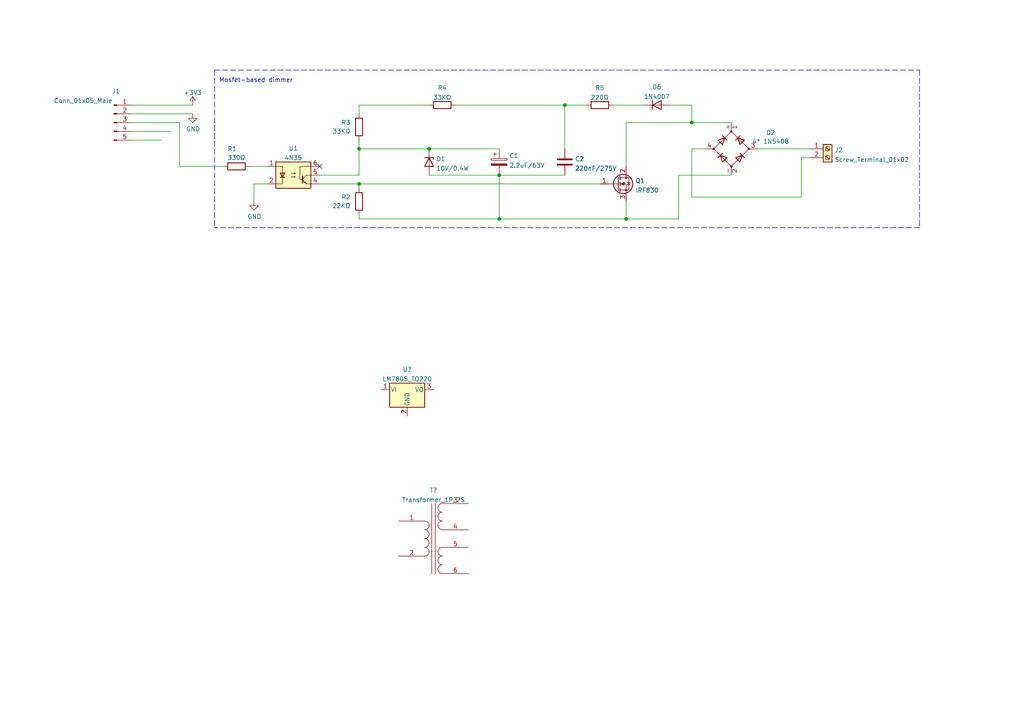
<source format=kicad_sch>
(kicad_sch (version 20211123) (generator eeschema)

  (uuid e63e39d7-6ac0-4ffd-8aa3-1841a4541b55)

  (paper "A4")

  (lib_symbols
    (symbol "Connector:Conn_01x05_Male" (pin_names (offset 1.016) hide) (in_bom yes) (on_board yes)
      (property "Reference" "J" (id 0) (at 0 7.62 0)
        (effects (font (size 1.27 1.27)))
      )
      (property "Value" "Conn_01x05_Male" (id 1) (at 0 -7.62 0)
        (effects (font (size 1.27 1.27)))
      )
      (property "Footprint" "" (id 2) (at 0 0 0)
        (effects (font (size 1.27 1.27)) hide)
      )
      (property "Datasheet" "~" (id 3) (at 0 0 0)
        (effects (font (size 1.27 1.27)) hide)
      )
      (property "ki_keywords" "connector" (id 4) (at 0 0 0)
        (effects (font (size 1.27 1.27)) hide)
      )
      (property "ki_description" "Generic connector, single row, 01x05, script generated (kicad-library-utils/schlib/autogen/connector/)" (id 5) (at 0 0 0)
        (effects (font (size 1.27 1.27)) hide)
      )
      (property "ki_fp_filters" "Connector*:*_1x??_*" (id 6) (at 0 0 0)
        (effects (font (size 1.27 1.27)) hide)
      )
      (symbol "Conn_01x05_Male_1_1"
        (polyline
          (pts
            (xy 1.27 -5.08)
            (xy 0.8636 -5.08)
          )
          (stroke (width 0.1524) (type default) (color 0 0 0 0))
          (fill (type none))
        )
        (polyline
          (pts
            (xy 1.27 -2.54)
            (xy 0.8636 -2.54)
          )
          (stroke (width 0.1524) (type default) (color 0 0 0 0))
          (fill (type none))
        )
        (polyline
          (pts
            (xy 1.27 0)
            (xy 0.8636 0)
          )
          (stroke (width 0.1524) (type default) (color 0 0 0 0))
          (fill (type none))
        )
        (polyline
          (pts
            (xy 1.27 2.54)
            (xy 0.8636 2.54)
          )
          (stroke (width 0.1524) (type default) (color 0 0 0 0))
          (fill (type none))
        )
        (polyline
          (pts
            (xy 1.27 5.08)
            (xy 0.8636 5.08)
          )
          (stroke (width 0.1524) (type default) (color 0 0 0 0))
          (fill (type none))
        )
        (rectangle (start 0.8636 -4.953) (end 0 -5.207)
          (stroke (width 0.1524) (type default) (color 0 0 0 0))
          (fill (type outline))
        )
        (rectangle (start 0.8636 -2.413) (end 0 -2.667)
          (stroke (width 0.1524) (type default) (color 0 0 0 0))
          (fill (type outline))
        )
        (rectangle (start 0.8636 0.127) (end 0 -0.127)
          (stroke (width 0.1524) (type default) (color 0 0 0 0))
          (fill (type outline))
        )
        (rectangle (start 0.8636 2.667) (end 0 2.413)
          (stroke (width 0.1524) (type default) (color 0 0 0 0))
          (fill (type outline))
        )
        (rectangle (start 0.8636 5.207) (end 0 4.953)
          (stroke (width 0.1524) (type default) (color 0 0 0 0))
          (fill (type outline))
        )
        (pin passive line (at 5.08 5.08 180) (length 3.81)
          (name "Pin_1" (effects (font (size 1.27 1.27))))
          (number "1" (effects (font (size 1.27 1.27))))
        )
        (pin passive line (at 5.08 2.54 180) (length 3.81)
          (name "Pin_2" (effects (font (size 1.27 1.27))))
          (number "2" (effects (font (size 1.27 1.27))))
        )
        (pin passive line (at 5.08 0 180) (length 3.81)
          (name "Pin_3" (effects (font (size 1.27 1.27))))
          (number "3" (effects (font (size 1.27 1.27))))
        )
        (pin passive line (at 5.08 -2.54 180) (length 3.81)
          (name "Pin_4" (effects (font (size 1.27 1.27))))
          (number "4" (effects (font (size 1.27 1.27))))
        )
        (pin passive line (at 5.08 -5.08 180) (length 3.81)
          (name "Pin_5" (effects (font (size 1.27 1.27))))
          (number "5" (effects (font (size 1.27 1.27))))
        )
      )
    )
    (symbol "Connector:Screw_Terminal_01x02" (pin_names (offset 1.016) hide) (in_bom yes) (on_board yes)
      (property "Reference" "J" (id 0) (at 0 2.54 0)
        (effects (font (size 1.27 1.27)))
      )
      (property "Value" "Screw_Terminal_01x02" (id 1) (at 0 -5.08 0)
        (effects (font (size 1.27 1.27)))
      )
      (property "Footprint" "" (id 2) (at 0 0 0)
        (effects (font (size 1.27 1.27)) hide)
      )
      (property "Datasheet" "~" (id 3) (at 0 0 0)
        (effects (font (size 1.27 1.27)) hide)
      )
      (property "ki_keywords" "screw terminal" (id 4) (at 0 0 0)
        (effects (font (size 1.27 1.27)) hide)
      )
      (property "ki_description" "Generic screw terminal, single row, 01x02, script generated (kicad-library-utils/schlib/autogen/connector/)" (id 5) (at 0 0 0)
        (effects (font (size 1.27 1.27)) hide)
      )
      (property "ki_fp_filters" "TerminalBlock*:*" (id 6) (at 0 0 0)
        (effects (font (size 1.27 1.27)) hide)
      )
      (symbol "Screw_Terminal_01x02_1_1"
        (rectangle (start -1.27 1.27) (end 1.27 -3.81)
          (stroke (width 0.254) (type default) (color 0 0 0 0))
          (fill (type background))
        )
        (circle (center 0 -2.54) (radius 0.635)
          (stroke (width 0.1524) (type default) (color 0 0 0 0))
          (fill (type none))
        )
        (polyline
          (pts
            (xy -0.5334 -2.2098)
            (xy 0.3302 -3.048)
          )
          (stroke (width 0.1524) (type default) (color 0 0 0 0))
          (fill (type none))
        )
        (polyline
          (pts
            (xy -0.5334 0.3302)
            (xy 0.3302 -0.508)
          )
          (stroke (width 0.1524) (type default) (color 0 0 0 0))
          (fill (type none))
        )
        (polyline
          (pts
            (xy -0.3556 -2.032)
            (xy 0.508 -2.8702)
          )
          (stroke (width 0.1524) (type default) (color 0 0 0 0))
          (fill (type none))
        )
        (polyline
          (pts
            (xy -0.3556 0.508)
            (xy 0.508 -0.3302)
          )
          (stroke (width 0.1524) (type default) (color 0 0 0 0))
          (fill (type none))
        )
        (circle (center 0 0) (radius 0.635)
          (stroke (width 0.1524) (type default) (color 0 0 0 0))
          (fill (type none))
        )
        (pin passive line (at -5.08 0 0) (length 3.81)
          (name "Pin_1" (effects (font (size 1.27 1.27))))
          (number "1" (effects (font (size 1.27 1.27))))
        )
        (pin passive line (at -5.08 -2.54 0) (length 3.81)
          (name "Pin_2" (effects (font (size 1.27 1.27))))
          (number "2" (effects (font (size 1.27 1.27))))
        )
      )
    )
    (symbol "Device:C" (pin_numbers hide) (pin_names (offset 0.254)) (in_bom yes) (on_board yes)
      (property "Reference" "C" (id 0) (at 0.635 2.54 0)
        (effects (font (size 1.27 1.27)) (justify left))
      )
      (property "Value" "C" (id 1) (at 0.635 -2.54 0)
        (effects (font (size 1.27 1.27)) (justify left))
      )
      (property "Footprint" "" (id 2) (at 0.9652 -3.81 0)
        (effects (font (size 1.27 1.27)) hide)
      )
      (property "Datasheet" "~" (id 3) (at 0 0 0)
        (effects (font (size 1.27 1.27)) hide)
      )
      (property "ki_keywords" "cap capacitor" (id 4) (at 0 0 0)
        (effects (font (size 1.27 1.27)) hide)
      )
      (property "ki_description" "Unpolarized capacitor" (id 5) (at 0 0 0)
        (effects (font (size 1.27 1.27)) hide)
      )
      (property "ki_fp_filters" "C_*" (id 6) (at 0 0 0)
        (effects (font (size 1.27 1.27)) hide)
      )
      (symbol "C_0_1"
        (polyline
          (pts
            (xy -2.032 -0.762)
            (xy 2.032 -0.762)
          )
          (stroke (width 0.508) (type default) (color 0 0 0 0))
          (fill (type none))
        )
        (polyline
          (pts
            (xy -2.032 0.762)
            (xy 2.032 0.762)
          )
          (stroke (width 0.508) (type default) (color 0 0 0 0))
          (fill (type none))
        )
      )
      (symbol "C_1_1"
        (pin passive line (at 0 3.81 270) (length 2.794)
          (name "~" (effects (font (size 1.27 1.27))))
          (number "1" (effects (font (size 1.27 1.27))))
        )
        (pin passive line (at 0 -3.81 90) (length 2.794)
          (name "~" (effects (font (size 1.27 1.27))))
          (number "2" (effects (font (size 1.27 1.27))))
        )
      )
    )
    (symbol "Device:C_Polarized" (pin_numbers hide) (pin_names (offset 0.254)) (in_bom yes) (on_board yes)
      (property "Reference" "C" (id 0) (at 0.635 2.54 0)
        (effects (font (size 1.27 1.27)) (justify left))
      )
      (property "Value" "C_Polarized" (id 1) (at 0.635 -2.54 0)
        (effects (font (size 1.27 1.27)) (justify left))
      )
      (property "Footprint" "" (id 2) (at 0.9652 -3.81 0)
        (effects (font (size 1.27 1.27)) hide)
      )
      (property "Datasheet" "~" (id 3) (at 0 0 0)
        (effects (font (size 1.27 1.27)) hide)
      )
      (property "ki_keywords" "cap capacitor" (id 4) (at 0 0 0)
        (effects (font (size 1.27 1.27)) hide)
      )
      (property "ki_description" "Polarized capacitor" (id 5) (at 0 0 0)
        (effects (font (size 1.27 1.27)) hide)
      )
      (property "ki_fp_filters" "CP_*" (id 6) (at 0 0 0)
        (effects (font (size 1.27 1.27)) hide)
      )
      (symbol "C_Polarized_0_1"
        (rectangle (start -2.286 0.508) (end 2.286 1.016)
          (stroke (width 0) (type default) (color 0 0 0 0))
          (fill (type none))
        )
        (polyline
          (pts
            (xy -1.778 2.286)
            (xy -0.762 2.286)
          )
          (stroke (width 0) (type default) (color 0 0 0 0))
          (fill (type none))
        )
        (polyline
          (pts
            (xy -1.27 2.794)
            (xy -1.27 1.778)
          )
          (stroke (width 0) (type default) (color 0 0 0 0))
          (fill (type none))
        )
        (rectangle (start 2.286 -0.508) (end -2.286 -1.016)
          (stroke (width 0) (type default) (color 0 0 0 0))
          (fill (type outline))
        )
      )
      (symbol "C_Polarized_1_1"
        (pin passive line (at 0 3.81 270) (length 2.794)
          (name "~" (effects (font (size 1.27 1.27))))
          (number "1" (effects (font (size 1.27 1.27))))
        )
        (pin passive line (at 0 -3.81 90) (length 2.794)
          (name "~" (effects (font (size 1.27 1.27))))
          (number "2" (effects (font (size 1.27 1.27))))
        )
      )
    )
    (symbol "Device:D_Bridge_+-AA" (pin_names (offset 0)) (in_bom yes) (on_board yes)
      (property "Reference" "D" (id 0) (at 2.54 6.985 0)
        (effects (font (size 1.27 1.27)) (justify left))
      )
      (property "Value" "D_Bridge_+-AA" (id 1) (at 2.54 5.08 0)
        (effects (font (size 1.27 1.27)) (justify left))
      )
      (property "Footprint" "" (id 2) (at 0 0 0)
        (effects (font (size 1.27 1.27)) hide)
      )
      (property "Datasheet" "~" (id 3) (at 0 0 0)
        (effects (font (size 1.27 1.27)) hide)
      )
      (property "ki_keywords" "rectifier ACDC" (id 4) (at 0 0 0)
        (effects (font (size 1.27 1.27)) hide)
      )
      (property "ki_description" "Diode bridge, +ve/-ve/AC/AC" (id 5) (at 0 0 0)
        (effects (font (size 1.27 1.27)) hide)
      )
      (property "ki_fp_filters" "D*Bridge* D*Rectifier*" (id 6) (at 0 0 0)
        (effects (font (size 1.27 1.27)) hide)
      )
      (symbol "D_Bridge_+-AA_0_1"
        (circle (center -5.08 0) (radius 0.254)
          (stroke (width 0) (type default) (color 0 0 0 0))
          (fill (type outline))
        )
        (circle (center 0 -5.08) (radius 0.254)
          (stroke (width 0) (type default) (color 0 0 0 0))
          (fill (type outline))
        )
        (polyline
          (pts
            (xy -2.54 3.81)
            (xy -1.27 2.54)
          )
          (stroke (width 0.254) (type default) (color 0 0 0 0))
          (fill (type none))
        )
        (polyline
          (pts
            (xy -1.27 -2.54)
            (xy -2.54 -3.81)
          )
          (stroke (width 0.254) (type default) (color 0 0 0 0))
          (fill (type none))
        )
        (polyline
          (pts
            (xy 2.54 -1.27)
            (xy 3.81 -2.54)
          )
          (stroke (width 0.254) (type default) (color 0 0 0 0))
          (fill (type none))
        )
        (polyline
          (pts
            (xy 2.54 1.27)
            (xy 3.81 2.54)
          )
          (stroke (width 0.254) (type default) (color 0 0 0 0))
          (fill (type none))
        )
        (polyline
          (pts
            (xy -3.81 2.54)
            (xy -2.54 1.27)
            (xy -1.905 3.175)
            (xy -3.81 2.54)
          )
          (stroke (width 0.254) (type default) (color 0 0 0 0))
          (fill (type none))
        )
        (polyline
          (pts
            (xy -2.54 -1.27)
            (xy -3.81 -2.54)
            (xy -1.905 -3.175)
            (xy -2.54 -1.27)
          )
          (stroke (width 0.254) (type default) (color 0 0 0 0))
          (fill (type none))
        )
        (polyline
          (pts
            (xy 1.27 2.54)
            (xy 2.54 3.81)
            (xy 3.175 1.905)
            (xy 1.27 2.54)
          )
          (stroke (width 0.254) (type default) (color 0 0 0 0))
          (fill (type none))
        )
        (polyline
          (pts
            (xy 3.175 -1.905)
            (xy 1.27 -2.54)
            (xy 2.54 -3.81)
            (xy 3.175 -1.905)
          )
          (stroke (width 0.254) (type default) (color 0 0 0 0))
          (fill (type none))
        )
        (polyline
          (pts
            (xy -5.08 0)
            (xy 0 -5.08)
            (xy 5.08 0)
            (xy 0 5.08)
            (xy -5.08 0)
          )
          (stroke (width 0) (type default) (color 0 0 0 0))
          (fill (type none))
        )
        (circle (center 0 5.08) (radius 0.254)
          (stroke (width 0) (type default) (color 0 0 0 0))
          (fill (type outline))
        )
        (circle (center 5.08 0) (radius 0.254)
          (stroke (width 0) (type default) (color 0 0 0 0))
          (fill (type outline))
        )
      )
      (symbol "D_Bridge_+-AA_1_1"
        (pin passive line (at 7.62 0 180) (length 2.54)
          (name "+" (effects (font (size 1.27 1.27))))
          (number "1" (effects (font (size 1.27 1.27))))
        )
        (pin passive line (at -7.62 0 0) (length 2.54)
          (name "-" (effects (font (size 1.27 1.27))))
          (number "2" (effects (font (size 1.27 1.27))))
        )
        (pin passive line (at 0 7.62 270) (length 2.54)
          (name "~" (effects (font (size 1.27 1.27))))
          (number "3" (effects (font (size 1.27 1.27))))
        )
        (pin passive line (at 0 -7.62 90) (length 2.54)
          (name "~" (effects (font (size 1.27 1.27))))
          (number "4" (effects (font (size 1.27 1.27))))
        )
      )
    )
    (symbol "Device:R" (pin_numbers hide) (pin_names (offset 0)) (in_bom yes) (on_board yes)
      (property "Reference" "R" (id 0) (at 2.032 0 90)
        (effects (font (size 1.27 1.27)))
      )
      (property "Value" "R" (id 1) (at 0 0 90)
        (effects (font (size 1.27 1.27)))
      )
      (property "Footprint" "" (id 2) (at -1.778 0 90)
        (effects (font (size 1.27 1.27)) hide)
      )
      (property "Datasheet" "~" (id 3) (at 0 0 0)
        (effects (font (size 1.27 1.27)) hide)
      )
      (property "ki_keywords" "R res resistor" (id 4) (at 0 0 0)
        (effects (font (size 1.27 1.27)) hide)
      )
      (property "ki_description" "Resistor" (id 5) (at 0 0 0)
        (effects (font (size 1.27 1.27)) hide)
      )
      (property "ki_fp_filters" "R_*" (id 6) (at 0 0 0)
        (effects (font (size 1.27 1.27)) hide)
      )
      (symbol "R_0_1"
        (rectangle (start -1.016 -2.54) (end 1.016 2.54)
          (stroke (width 0.254) (type default) (color 0 0 0 0))
          (fill (type none))
        )
      )
      (symbol "R_1_1"
        (pin passive line (at 0 3.81 270) (length 1.27)
          (name "~" (effects (font (size 1.27 1.27))))
          (number "1" (effects (font (size 1.27 1.27))))
        )
        (pin passive line (at 0 -3.81 90) (length 1.27)
          (name "~" (effects (font (size 1.27 1.27))))
          (number "2" (effects (font (size 1.27 1.27))))
        )
      )
    )
    (symbol "Device:Transformer_1P_2S" (pin_names (offset 1.016) hide) (in_bom yes) (on_board yes)
      (property "Reference" "T" (id 0) (at 0 12.7 0)
        (effects (font (size 1.27 1.27)))
      )
      (property "Value" "Transformer_1P_2S" (id 1) (at 0 -12.7 0)
        (effects (font (size 1.27 1.27)))
      )
      (property "Footprint" "" (id 2) (at 0 0 0)
        (effects (font (size 1.27 1.27)) hide)
      )
      (property "Datasheet" "~" (id 3) (at 0 0 0)
        (effects (font (size 1.27 1.27)) hide)
      )
      (property "ki_keywords" "transformer coil magnet" (id 4) (at 0 0 0)
        (effects (font (size 1.27 1.27)) hide)
      )
      (property "ki_description" "Transformer, single primary, dual secondary" (id 5) (at 0 0 0)
        (effects (font (size 1.27 1.27)) hide)
      )
      (symbol "Transformer_1P_2S_0_1"
        (arc (start -2.54 -5.0546) (mid -1.6561 -4.6863) (end -1.27 -3.81)
          (stroke (width 0) (type default) (color 0 0 0 0))
          (fill (type none))
        )
        (arc (start -2.54 -2.5146) (mid -1.6561 -2.1463) (end -1.27 -1.27)
          (stroke (width 0) (type default) (color 0 0 0 0))
          (fill (type none))
        )
        (arc (start -2.54 0.0254) (mid -1.6561 0.3937) (end -1.27 1.27)
          (stroke (width 0) (type default) (color 0 0 0 0))
          (fill (type none))
        )
        (arc (start -2.54 2.5654) (mid -1.6561 2.9337) (end -1.27 3.81)
          (stroke (width 0) (type default) (color 0 0 0 0))
          (fill (type none))
        )
        (arc (start -1.27 -3.81) (mid -1.642 -2.912) (end -2.54 -2.54)
          (stroke (width 0) (type default) (color 0 0 0 0))
          (fill (type none))
        )
        (arc (start -1.27 -1.27) (mid -1.642 -0.372) (end -2.54 0)
          (stroke (width 0) (type default) (color 0 0 0 0))
          (fill (type none))
        )
        (arc (start -1.27 1.27) (mid -1.642 2.168) (end -2.54 2.54)
          (stroke (width 0) (type default) (color 0 0 0 0))
          (fill (type none))
        )
        (arc (start -1.27 3.81) (mid -1.642 4.708) (end -2.54 5.08)
          (stroke (width 0) (type default) (color 0 0 0 0))
          (fill (type none))
        )
        (polyline
          (pts
            (xy -0.508 -10.16)
            (xy -0.508 10.16)
          )
          (stroke (width 0) (type default) (color 0 0 0 0))
          (fill (type none))
        )
        (polyline
          (pts
            (xy 0.508 10.16)
            (xy 0.508 -10.16)
          )
          (stroke (width 0) (type default) (color 0 0 0 0))
          (fill (type none))
        )
        (arc (start 1.2954 -8.89) (mid 1.6599 -9.7701) (end 2.54 -10.1346)
          (stroke (width 0) (type default) (color 0 0 0 0))
          (fill (type none))
        )
        (arc (start 1.2954 -6.35) (mid 1.6599 -7.2301) (end 2.54 -7.5946)
          (stroke (width 0) (type default) (color 0 0 0 0))
          (fill (type none))
        )
        (arc (start 1.2954 -3.81) (mid 1.6599 -4.6901) (end 2.54 -5.0546)
          (stroke (width 0) (type default) (color 0 0 0 0))
          (fill (type none))
        )
        (arc (start 1.2954 3.81) (mid 1.6599 2.9299) (end 2.54 2.5654)
          (stroke (width 0) (type default) (color 0 0 0 0))
          (fill (type none))
        )
        (arc (start 1.2954 6.35) (mid 1.6599 5.4699) (end 2.54 5.1054)
          (stroke (width 0) (type default) (color 0 0 0 0))
          (fill (type none))
        )
        (arc (start 1.2954 8.89) (mid 1.6599 8.0099) (end 2.54 7.6454)
          (stroke (width 0) (type default) (color 0 0 0 0))
          (fill (type none))
        )
        (arc (start 2.54 -7.62) (mid 1.6456 -7.9883) (end 1.2954 -8.89)
          (stroke (width 0) (type default) (color 0 0 0 0))
          (fill (type none))
        )
        (arc (start 2.54 -5.08) (mid 1.6456 -5.4483) (end 1.2954 -6.35)
          (stroke (width 0) (type default) (color 0 0 0 0))
          (fill (type none))
        )
        (arc (start 2.54 -2.54) (mid 1.6456 -2.9083) (end 1.2954 -3.81)
          (stroke (width 0) (type default) (color 0 0 0 0))
          (fill (type none))
        )
        (arc (start 2.54 5.08) (mid 1.6456 4.7117) (end 1.2954 3.81)
          (stroke (width 0) (type default) (color 0 0 0 0))
          (fill (type none))
        )
        (arc (start 2.54 7.62) (mid 1.6456 7.2517) (end 1.2954 6.35)
          (stroke (width 0) (type default) (color 0 0 0 0))
          (fill (type none))
        )
        (arc (start 2.54 10.16) (mid 1.6456 9.7917) (end 1.2954 8.89)
          (stroke (width 0) (type default) (color 0 0 0 0))
          (fill (type none))
        )
      )
      (symbol "Transformer_1P_2S_1_1"
        (pin passive line (at -10.16 5.08 0) (length 7.62)
          (name "AA" (effects (font (size 1.27 1.27))))
          (number "1" (effects (font (size 1.27 1.27))))
        )
        (pin passive line (at -10.16 -5.08 0) (length 7.62)
          (name "AB" (effects (font (size 1.27 1.27))))
          (number "2" (effects (font (size 1.27 1.27))))
        )
        (pin passive line (at 10.16 10.16 180) (length 7.62)
          (name "SA" (effects (font (size 1.27 1.27))))
          (number "3" (effects (font (size 1.27 1.27))))
        )
        (pin passive line (at 10.16 2.54 180) (length 7.62)
          (name "SB" (effects (font (size 1.27 1.27))))
          (number "4" (effects (font (size 1.27 1.27))))
        )
        (pin passive line (at 10.16 -2.54 180) (length 7.62)
          (name "SC" (effects (font (size 1.27 1.27))))
          (number "5" (effects (font (size 1.27 1.27))))
        )
        (pin passive line (at 10.16 -10.16 180) (length 7.62)
          (name "SD" (effects (font (size 1.27 1.27))))
          (number "6" (effects (font (size 1.27 1.27))))
        )
      )
    )
    (symbol "Diode:1N4007" (pin_numbers hide) (pin_names (offset 1.016) hide) (in_bom yes) (on_board yes)
      (property "Reference" "D" (id 0) (at 0 2.54 0)
        (effects (font (size 1.27 1.27)))
      )
      (property "Value" "1N4007" (id 1) (at 0 -2.54 0)
        (effects (font (size 1.27 1.27)))
      )
      (property "Footprint" "Diode_THT:D_DO-41_SOD81_P10.16mm_Horizontal" (id 2) (at 0 -4.445 0)
        (effects (font (size 1.27 1.27)) hide)
      )
      (property "Datasheet" "http://www.vishay.com/docs/88503/1n4001.pdf" (id 3) (at 0 0 0)
        (effects (font (size 1.27 1.27)) hide)
      )
      (property "ki_keywords" "diode" (id 4) (at 0 0 0)
        (effects (font (size 1.27 1.27)) hide)
      )
      (property "ki_description" "1000V 1A General Purpose Rectifier Diode, DO-41" (id 5) (at 0 0 0)
        (effects (font (size 1.27 1.27)) hide)
      )
      (property "ki_fp_filters" "D*DO?41*" (id 6) (at 0 0 0)
        (effects (font (size 1.27 1.27)) hide)
      )
      (symbol "1N4007_0_1"
        (polyline
          (pts
            (xy -1.27 1.27)
            (xy -1.27 -1.27)
          )
          (stroke (width 0.254) (type default) (color 0 0 0 0))
          (fill (type none))
        )
        (polyline
          (pts
            (xy 1.27 0)
            (xy -1.27 0)
          )
          (stroke (width 0) (type default) (color 0 0 0 0))
          (fill (type none))
        )
        (polyline
          (pts
            (xy 1.27 1.27)
            (xy 1.27 -1.27)
            (xy -1.27 0)
            (xy 1.27 1.27)
          )
          (stroke (width 0.254) (type default) (color 0 0 0 0))
          (fill (type none))
        )
      )
      (symbol "1N4007_1_1"
        (pin passive line (at -3.81 0 0) (length 2.54)
          (name "K" (effects (font (size 1.27 1.27))))
          (number "1" (effects (font (size 1.27 1.27))))
        )
        (pin passive line (at 3.81 0 180) (length 2.54)
          (name "A" (effects (font (size 1.27 1.27))))
          (number "2" (effects (font (size 1.27 1.27))))
        )
      )
    )
    (symbol "Diode:BZV55B10" (pin_numbers hide) (pin_names (offset 1.016) hide) (in_bom yes) (on_board yes)
      (property "Reference" "D" (id 0) (at 0 2.54 0)
        (effects (font (size 1.27 1.27)))
      )
      (property "Value" "BZV55B10" (id 1) (at 0 -2.54 0)
        (effects (font (size 1.27 1.27)))
      )
      (property "Footprint" "Diode_SMD:D_MiniMELF" (id 2) (at 0 -4.445 0)
        (effects (font (size 1.27 1.27)) hide)
      )
      (property "Datasheet" "https://assets.nexperia.com/documents/data-sheet/BZV55_SER.pdf" (id 3) (at 0 0 0)
        (effects (font (size 1.27 1.27)) hide)
      )
      (property "ki_keywords" "zener diode" (id 4) (at 0 0 0)
        (effects (font (size 1.27 1.27)) hide)
      )
      (property "ki_description" "10V, 500mW, 2%, Zener diode, MiniMELF" (id 5) (at 0 0 0)
        (effects (font (size 1.27 1.27)) hide)
      )
      (property "ki_fp_filters" "D*MiniMELF*" (id 6) (at 0 0 0)
        (effects (font (size 1.27 1.27)) hide)
      )
      (symbol "BZV55B10_0_1"
        (polyline
          (pts
            (xy 1.27 0)
            (xy -1.27 0)
          )
          (stroke (width 0) (type default) (color 0 0 0 0))
          (fill (type none))
        )
        (polyline
          (pts
            (xy -1.27 -1.27)
            (xy -1.27 1.27)
            (xy -0.762 1.27)
          )
          (stroke (width 0.254) (type default) (color 0 0 0 0))
          (fill (type none))
        )
        (polyline
          (pts
            (xy 1.27 -1.27)
            (xy 1.27 1.27)
            (xy -1.27 0)
            (xy 1.27 -1.27)
          )
          (stroke (width 0.254) (type default) (color 0 0 0 0))
          (fill (type none))
        )
      )
      (symbol "BZV55B10_1_1"
        (pin passive line (at -3.81 0 0) (length 2.54)
          (name "K" (effects (font (size 1.27 1.27))))
          (number "1" (effects (font (size 1.27 1.27))))
        )
        (pin passive line (at 3.81 0 180) (length 2.54)
          (name "A" (effects (font (size 1.27 1.27))))
          (number "2" (effects (font (size 1.27 1.27))))
        )
      )
    )
    (symbol "Isolator:4N35" (pin_names (offset 1.016)) (in_bom yes) (on_board yes)
      (property "Reference" "U" (id 0) (at -5.08 5.08 0)
        (effects (font (size 1.27 1.27)) (justify left))
      )
      (property "Value" "4N35" (id 1) (at 0 5.08 0)
        (effects (font (size 1.27 1.27)) (justify left))
      )
      (property "Footprint" "Package_DIP:DIP-6_W7.62mm" (id 2) (at -5.08 -5.08 0)
        (effects (font (size 1.27 1.27) italic) (justify left) hide)
      )
      (property "Datasheet" "https://www.vishay.com/docs/81181/4n35.pdf" (id 3) (at 0 0 0)
        (effects (font (size 1.27 1.27)) (justify left) hide)
      )
      (property "ki_keywords" "NPN DC Optocoupler Base Connected" (id 4) (at 0 0 0)
        (effects (font (size 1.27 1.27)) hide)
      )
      (property "ki_description" "Optocoupler, Phototransistor Output, with Base Connection, Vce 70V, CTR 100%, Viso 5000V, DIP6" (id 5) (at 0 0 0)
        (effects (font (size 1.27 1.27)) hide)
      )
      (property "ki_fp_filters" "DIP*W7.62mm*" (id 6) (at 0 0 0)
        (effects (font (size 1.27 1.27)) hide)
      )
      (symbol "4N35_0_1"
        (rectangle (start -5.08 3.81) (end 5.08 -3.81)
          (stroke (width 0.254) (type default) (color 0 0 0 0))
          (fill (type background))
        )
        (polyline
          (pts
            (xy -3.81 -0.635)
            (xy -2.54 -0.635)
          )
          (stroke (width 0.254) (type default) (color 0 0 0 0))
          (fill (type none))
        )
        (polyline
          (pts
            (xy 2.667 -1.397)
            (xy 3.81 -2.54)
          )
          (stroke (width 0) (type default) (color 0 0 0 0))
          (fill (type none))
        )
        (polyline
          (pts
            (xy 2.667 -1.143)
            (xy 3.81 0)
          )
          (stroke (width 0) (type default) (color 0 0 0 0))
          (fill (type none))
        )
        (polyline
          (pts
            (xy 3.81 -2.54)
            (xy 5.08 -2.54)
          )
          (stroke (width 0) (type default) (color 0 0 0 0))
          (fill (type none))
        )
        (polyline
          (pts
            (xy 3.81 0)
            (xy 5.08 0)
          )
          (stroke (width 0) (type default) (color 0 0 0 0))
          (fill (type none))
        )
        (polyline
          (pts
            (xy 2.667 -0.254)
            (xy 2.667 -2.286)
            (xy 2.667 -2.286)
          )
          (stroke (width 0.3556) (type default) (color 0 0 0 0))
          (fill (type none))
        )
        (polyline
          (pts
            (xy -5.08 -2.54)
            (xy -3.175 -2.54)
            (xy -3.175 2.54)
            (xy -5.08 2.54)
          )
          (stroke (width 0) (type default) (color 0 0 0 0))
          (fill (type none))
        )
        (polyline
          (pts
            (xy -3.175 -0.635)
            (xy -3.81 0.635)
            (xy -2.54 0.635)
            (xy -3.175 -0.635)
          )
          (stroke (width 0.254) (type default) (color 0 0 0 0))
          (fill (type none))
        )
        (polyline
          (pts
            (xy 3.683 -2.413)
            (xy 3.429 -1.905)
            (xy 3.175 -2.159)
            (xy 3.683 -2.413)
          )
          (stroke (width 0) (type default) (color 0 0 0 0))
          (fill (type none))
        )
        (polyline
          (pts
            (xy 5.08 2.54)
            (xy 1.905 2.54)
            (xy 1.905 -1.27)
            (xy 2.54 -1.27)
          )
          (stroke (width 0) (type default) (color 0 0 0 0))
          (fill (type none))
        )
        (polyline
          (pts
            (xy -0.635 -0.508)
            (xy 0.635 -0.508)
            (xy 0.254 -0.635)
            (xy 0.254 -0.381)
            (xy 0.635 -0.508)
          )
          (stroke (width 0) (type default) (color 0 0 0 0))
          (fill (type none))
        )
        (polyline
          (pts
            (xy -0.635 0.508)
            (xy 0.635 0.508)
            (xy 0.254 0.381)
            (xy 0.254 0.635)
            (xy 0.635 0.508)
          )
          (stroke (width 0) (type default) (color 0 0 0 0))
          (fill (type none))
        )
      )
      (symbol "4N35_1_1"
        (pin passive line (at -7.62 2.54 0) (length 2.54)
          (name "~" (effects (font (size 1.27 1.27))))
          (number "1" (effects (font (size 1.27 1.27))))
        )
        (pin passive line (at -7.62 -2.54 0) (length 2.54)
          (name "~" (effects (font (size 1.27 1.27))))
          (number "2" (effects (font (size 1.27 1.27))))
        )
        (pin no_connect line (at -5.08 0 0) (length 2.54) hide
          (name "NC" (effects (font (size 1.27 1.27))))
          (number "3" (effects (font (size 1.27 1.27))))
        )
        (pin passive line (at 7.62 -2.54 180) (length 2.54)
          (name "~" (effects (font (size 1.27 1.27))))
          (number "4" (effects (font (size 1.27 1.27))))
        )
        (pin passive line (at 7.62 0 180) (length 2.54)
          (name "~" (effects (font (size 1.27 1.27))))
          (number "5" (effects (font (size 1.27 1.27))))
        )
        (pin passive line (at 7.62 2.54 180) (length 2.54)
          (name "~" (effects (font (size 1.27 1.27))))
          (number "6" (effects (font (size 1.27 1.27))))
        )
      )
    )
    (symbol "Regulator_Linear:LM7805_TO220" (pin_names (offset 0.254)) (in_bom yes) (on_board yes)
      (property "Reference" "U" (id 0) (at -3.81 3.175 0)
        (effects (font (size 1.27 1.27)))
      )
      (property "Value" "LM7805_TO220" (id 1) (at 0 3.175 0)
        (effects (font (size 1.27 1.27)) (justify left))
      )
      (property "Footprint" "Package_TO_SOT_THT:TO-220-3_Vertical" (id 2) (at 0 5.715 0)
        (effects (font (size 1.27 1.27) italic) hide)
      )
      (property "Datasheet" "https://www.onsemi.cn/PowerSolutions/document/MC7800-D.PDF" (id 3) (at 0 -1.27 0)
        (effects (font (size 1.27 1.27)) hide)
      )
      (property "ki_keywords" "Voltage Regulator 1A Positive" (id 4) (at 0 0 0)
        (effects (font (size 1.27 1.27)) hide)
      )
      (property "ki_description" "Positive 1A 35V Linear Regulator, Fixed Output 5V, TO-220" (id 5) (at 0 0 0)
        (effects (font (size 1.27 1.27)) hide)
      )
      (property "ki_fp_filters" "TO?220*" (id 6) (at 0 0 0)
        (effects (font (size 1.27 1.27)) hide)
      )
      (symbol "LM7805_TO220_0_1"
        (rectangle (start -5.08 1.905) (end 5.08 -5.08)
          (stroke (width 0.254) (type default) (color 0 0 0 0))
          (fill (type background))
        )
      )
      (symbol "LM7805_TO220_1_1"
        (pin power_in line (at -7.62 0 0) (length 2.54)
          (name "VI" (effects (font (size 1.27 1.27))))
          (number "1" (effects (font (size 1.27 1.27))))
        )
        (pin power_in line (at 0 -7.62 90) (length 2.54)
          (name "GND" (effects (font (size 1.27 1.27))))
          (number "2" (effects (font (size 1.27 1.27))))
        )
        (pin power_out line (at 7.62 0 180) (length 2.54)
          (name "VO" (effects (font (size 1.27 1.27))))
          (number "3" (effects (font (size 1.27 1.27))))
        )
      )
    )
    (symbol "Transistor_FET:IRF740" (pin_names hide) (in_bom yes) (on_board yes)
      (property "Reference" "Q" (id 0) (at 6.35 1.905 0)
        (effects (font (size 1.27 1.27)) (justify left))
      )
      (property "Value" "IRF740" (id 1) (at 6.35 0 0)
        (effects (font (size 1.27 1.27)) (justify left))
      )
      (property "Footprint" "Package_TO_SOT_THT:TO-220-3_Vertical" (id 2) (at 6.35 -1.905 0)
        (effects (font (size 1.27 1.27) italic) (justify left) hide)
      )
      (property "Datasheet" "http://www.vishay.com/docs/91054/91054.pdf" (id 3) (at 0 0 0)
        (effects (font (size 1.27 1.27)) (justify left) hide)
      )
      (property "ki_keywords" "N Channel" (id 4) (at 0 0 0)
        (effects (font (size 1.27 1.27)) hide)
      )
      (property "ki_description" "10A Id, 400V Vds, N-Channel Power MOSFET, 500mOhm Rds, TO-220AB" (id 5) (at 0 0 0)
        (effects (font (size 1.27 1.27)) hide)
      )
      (property "ki_fp_filters" "TO?220*" (id 6) (at 0 0 0)
        (effects (font (size 1.27 1.27)) hide)
      )
      (symbol "IRF740_0_1"
        (polyline
          (pts
            (xy 0.254 0)
            (xy -2.54 0)
          )
          (stroke (width 0) (type default) (color 0 0 0 0))
          (fill (type none))
        )
        (polyline
          (pts
            (xy 0.254 1.905)
            (xy 0.254 -1.905)
          )
          (stroke (width 0.254) (type default) (color 0 0 0 0))
          (fill (type none))
        )
        (polyline
          (pts
            (xy 0.762 -1.27)
            (xy 0.762 -2.286)
          )
          (stroke (width 0.254) (type default) (color 0 0 0 0))
          (fill (type none))
        )
        (polyline
          (pts
            (xy 0.762 0.508)
            (xy 0.762 -0.508)
          )
          (stroke (width 0.254) (type default) (color 0 0 0 0))
          (fill (type none))
        )
        (polyline
          (pts
            (xy 0.762 2.286)
            (xy 0.762 1.27)
          )
          (stroke (width 0.254) (type default) (color 0 0 0 0))
          (fill (type none))
        )
        (polyline
          (pts
            (xy 2.54 2.54)
            (xy 2.54 1.778)
          )
          (stroke (width 0) (type default) (color 0 0 0 0))
          (fill (type none))
        )
        (polyline
          (pts
            (xy 2.54 -2.54)
            (xy 2.54 0)
            (xy 0.762 0)
          )
          (stroke (width 0) (type default) (color 0 0 0 0))
          (fill (type none))
        )
        (polyline
          (pts
            (xy 0.762 -1.778)
            (xy 3.302 -1.778)
            (xy 3.302 1.778)
            (xy 0.762 1.778)
          )
          (stroke (width 0) (type default) (color 0 0 0 0))
          (fill (type none))
        )
        (polyline
          (pts
            (xy 1.016 0)
            (xy 2.032 0.381)
            (xy 2.032 -0.381)
            (xy 1.016 0)
          )
          (stroke (width 0) (type default) (color 0 0 0 0))
          (fill (type outline))
        )
        (polyline
          (pts
            (xy 2.794 0.508)
            (xy 2.921 0.381)
            (xy 3.683 0.381)
            (xy 3.81 0.254)
          )
          (stroke (width 0) (type default) (color 0 0 0 0))
          (fill (type none))
        )
        (polyline
          (pts
            (xy 3.302 0.381)
            (xy 2.921 -0.254)
            (xy 3.683 -0.254)
            (xy 3.302 0.381)
          )
          (stroke (width 0) (type default) (color 0 0 0 0))
          (fill (type none))
        )
        (circle (center 1.651 0) (radius 2.794)
          (stroke (width 0.254) (type default) (color 0 0 0 0))
          (fill (type none))
        )
        (circle (center 2.54 -1.778) (radius 0.254)
          (stroke (width 0) (type default) (color 0 0 0 0))
          (fill (type outline))
        )
        (circle (center 2.54 1.778) (radius 0.254)
          (stroke (width 0) (type default) (color 0 0 0 0))
          (fill (type outline))
        )
      )
      (symbol "IRF740_1_1"
        (pin input line (at -5.08 0 0) (length 2.54)
          (name "G" (effects (font (size 1.27 1.27))))
          (number "1" (effects (font (size 1.27 1.27))))
        )
        (pin passive line (at 2.54 5.08 270) (length 2.54)
          (name "D" (effects (font (size 1.27 1.27))))
          (number "2" (effects (font (size 1.27 1.27))))
        )
        (pin passive line (at 2.54 -5.08 90) (length 2.54)
          (name "S" (effects (font (size 1.27 1.27))))
          (number "3" (effects (font (size 1.27 1.27))))
        )
      )
    )
    (symbol "power:+3V3" (power) (pin_names (offset 0)) (in_bom yes) (on_board yes)
      (property "Reference" "#PWR" (id 0) (at 0 -3.81 0)
        (effects (font (size 1.27 1.27)) hide)
      )
      (property "Value" "+3V3" (id 1) (at 0 3.556 0)
        (effects (font (size 1.27 1.27)))
      )
      (property "Footprint" "" (id 2) (at 0 0 0)
        (effects (font (size 1.27 1.27)) hide)
      )
      (property "Datasheet" "" (id 3) (at 0 0 0)
        (effects (font (size 1.27 1.27)) hide)
      )
      (property "ki_keywords" "power-flag" (id 4) (at 0 0 0)
        (effects (font (size 1.27 1.27)) hide)
      )
      (property "ki_description" "Power symbol creates a global label with name \"+3V3\"" (id 5) (at 0 0 0)
        (effects (font (size 1.27 1.27)) hide)
      )
      (symbol "+3V3_0_1"
        (polyline
          (pts
            (xy -0.762 1.27)
            (xy 0 2.54)
          )
          (stroke (width 0) (type default) (color 0 0 0 0))
          (fill (type none))
        )
        (polyline
          (pts
            (xy 0 0)
            (xy 0 2.54)
          )
          (stroke (width 0) (type default) (color 0 0 0 0))
          (fill (type none))
        )
        (polyline
          (pts
            (xy 0 2.54)
            (xy 0.762 1.27)
          )
          (stroke (width 0) (type default) (color 0 0 0 0))
          (fill (type none))
        )
      )
      (symbol "+3V3_1_1"
        (pin power_in line (at 0 0 90) (length 0) hide
          (name "+3V3" (effects (font (size 1.27 1.27))))
          (number "1" (effects (font (size 1.27 1.27))))
        )
      )
    )
    (symbol "power:GND" (power) (pin_names (offset 0)) (in_bom yes) (on_board yes)
      (property "Reference" "#PWR" (id 0) (at 0 -6.35 0)
        (effects (font (size 1.27 1.27)) hide)
      )
      (property "Value" "GND" (id 1) (at 0 -3.81 0)
        (effects (font (size 1.27 1.27)))
      )
      (property "Footprint" "" (id 2) (at 0 0 0)
        (effects (font (size 1.27 1.27)) hide)
      )
      (property "Datasheet" "" (id 3) (at 0 0 0)
        (effects (font (size 1.27 1.27)) hide)
      )
      (property "ki_keywords" "power-flag" (id 4) (at 0 0 0)
        (effects (font (size 1.27 1.27)) hide)
      )
      (property "ki_description" "Power symbol creates a global label with name \"GND\" , ground" (id 5) (at 0 0 0)
        (effects (font (size 1.27 1.27)) hide)
      )
      (symbol "GND_0_1"
        (polyline
          (pts
            (xy 0 0)
            (xy 0 -1.27)
            (xy 1.27 -1.27)
            (xy 0 -2.54)
            (xy -1.27 -1.27)
            (xy 0 -1.27)
          )
          (stroke (width 0) (type default) (color 0 0 0 0))
          (fill (type none))
        )
      )
      (symbol "GND_1_1"
        (pin power_in line (at 0 0 270) (length 0) hide
          (name "GND" (effects (font (size 1.27 1.27))))
          (number "1" (effects (font (size 1.27 1.27))))
        )
      )
    )
  )

  (junction (at 104.14 43.18) (diameter 0) (color 0 0 0 0)
    (uuid 12aa2b2f-4a84-491b-8c10-da4ab04ef5e4)
  )
  (junction (at 181.61 63.5) (diameter 0) (color 0 0 0 0)
    (uuid 42a0dd2f-213e-4ba5-9282-5f1a2486f4da)
  )
  (junction (at 124.46 43.18) (diameter 0) (color 0 0 0 0)
    (uuid 61088b18-4ba3-4163-99af-e374df0d1710)
  )
  (junction (at 144.78 63.5) (diameter 0) (color 0 0 0 0)
    (uuid 7208fdb9-534c-46f1-9173-40c3a3d90d74)
  )
  (junction (at 200.66 35.56) (diameter 0) (color 0 0 0 0)
    (uuid 771d361e-9945-4537-991c-316c04a4f9da)
  )
  (junction (at 104.14 53.34) (diameter 0) (color 0 0 0 0)
    (uuid 86f20502-f2fd-4a3e-8e91-4a004fe122ad)
  )
  (junction (at 163.83 30.48) (diameter 0) (color 0 0 0 0)
    (uuid a21166e2-bce4-4652-a236-f082b7558714)
  )
  (junction (at 144.78 50.8) (diameter 0) (color 0 0 0 0)
    (uuid fcbd75c3-4fb3-4d23-949d-34c4d3a6ffbc)
  )

  (no_connect (at 92.71 48.26) (uuid 080945f5-8e6f-49e8-9c4b-f943e95257e6))

  (wire (pts (xy 38.1 38.1) (xy 49.53 38.1))
    (stroke (width 0) (type default) (color 0 0 0 0))
    (uuid 01b102ef-ff91-4aed-9b6b-b537465d81e8)
  )
  (wire (pts (xy 38.1 33.02) (xy 55.88 33.02))
    (stroke (width 0) (type default) (color 0 0 0 0))
    (uuid 0681f899-8567-4e0d-9dcb-c5871d3ddb1e)
  )
  (wire (pts (xy 52.07 35.56) (xy 52.07 48.26))
    (stroke (width 0) (type default) (color 0 0 0 0))
    (uuid 09132253-d6e7-4dda-9cf7-bee523ec9dc2)
  )
  (wire (pts (xy 144.78 63.5) (xy 181.61 63.5))
    (stroke (width 0) (type default) (color 0 0 0 0))
    (uuid 1482877d-3e64-47ea-b1fe-2305a912ab67)
  )
  (wire (pts (xy 232.41 45.72) (xy 234.95 45.72))
    (stroke (width 0) (type default) (color 0 0 0 0))
    (uuid 1d25ce37-01fe-4dea-8f4e-75f6daafbafd)
  )
  (wire (pts (xy 177.8 30.48) (xy 186.69 30.48))
    (stroke (width 0) (type default) (color 0 0 0 0))
    (uuid 1f0b52b7-1cb4-424d-af8a-799a42f4f1c1)
  )
  (polyline (pts (xy 266.7 66.04) (xy 62.23 66.04))
    (stroke (width 0) (type default) (color 0 0 0 0))
    (uuid 20008ae7-95f5-4bc5-ae9d-437f85baf4c5)
  )

  (wire (pts (xy 232.41 45.72) (xy 232.41 57.15))
    (stroke (width 0) (type default) (color 0 0 0 0))
    (uuid 2dad4cf2-65bb-46d6-9810-7b63591ff70c)
  )
  (wire (pts (xy 104.14 43.18) (xy 104.14 50.8))
    (stroke (width 0) (type default) (color 0 0 0 0))
    (uuid 307b6c4f-36e2-4782-8250-2b24a90784b8)
  )
  (wire (pts (xy 196.85 50.8) (xy 196.85 63.5))
    (stroke (width 0) (type default) (color 0 0 0 0))
    (uuid 3668722c-6c5d-42d9-aeec-ad40cdf436b4)
  )
  (wire (pts (xy 52.07 48.26) (xy 64.77 48.26))
    (stroke (width 0) (type default) (color 0 0 0 0))
    (uuid 38db390d-e1b8-42c5-9d06-8523792671ef)
  )
  (polyline (pts (xy 62.23 20.32) (xy 62.23 66.04))
    (stroke (width 0) (type default) (color 0 0 0 0))
    (uuid 41b854fb-0c4c-4f2c-8d72-05cb54305362)
  )

  (wire (pts (xy 200.66 57.15) (xy 200.66 43.18))
    (stroke (width 0) (type default) (color 0 0 0 0))
    (uuid 454688d8-145c-489d-90f1-9c9f4fefced6)
  )
  (wire (pts (xy 219.71 43.18) (xy 234.95 43.18))
    (stroke (width 0) (type default) (color 0 0 0 0))
    (uuid 45d28d69-fefe-4220-a07c-f9f871cfbecc)
  )
  (wire (pts (xy 124.46 30.48) (xy 104.14 30.48))
    (stroke (width 0) (type default) (color 0 0 0 0))
    (uuid 47502a11-124b-4928-94eb-3ef44e1e5ebc)
  )
  (wire (pts (xy 163.83 30.48) (xy 170.18 30.48))
    (stroke (width 0) (type default) (color 0 0 0 0))
    (uuid 48a771e0-a1d4-4070-a6fa-e70491ae2e9d)
  )
  (wire (pts (xy 173.99 53.34) (xy 104.14 53.34))
    (stroke (width 0) (type default) (color 0 0 0 0))
    (uuid 4b706302-0e39-4572-a1db-11d36043b9be)
  )
  (wire (pts (xy 200.66 43.18) (xy 204.47 43.18))
    (stroke (width 0) (type default) (color 0 0 0 0))
    (uuid 57ebf0ae-ce32-4e87-bcc0-a3c92ff85e2b)
  )
  (wire (pts (xy 92.71 53.34) (xy 104.14 53.34))
    (stroke (width 0) (type default) (color 0 0 0 0))
    (uuid 58175922-ac9f-4e4e-b4b4-5cf9febd7eb0)
  )
  (wire (pts (xy 104.14 30.48) (xy 104.14 33.02))
    (stroke (width 0) (type default) (color 0 0 0 0))
    (uuid 5e23461e-1b50-47f5-b4f6-036bbd3422a8)
  )
  (wire (pts (xy 212.09 35.56) (xy 200.66 35.56))
    (stroke (width 0) (type default) (color 0 0 0 0))
    (uuid 6d959cda-b09c-4b57-ad32-e44a90326ec5)
  )
  (wire (pts (xy 194.31 30.48) (xy 200.66 30.48))
    (stroke (width 0) (type default) (color 0 0 0 0))
    (uuid 6ef54630-a79c-494c-b757-4554bcd5b9f1)
  )
  (wire (pts (xy 38.1 35.56) (xy 52.07 35.56))
    (stroke (width 0) (type default) (color 0 0 0 0))
    (uuid 78a2ed01-5656-44ba-9602-0a17544fddd0)
  )
  (wire (pts (xy 72.39 48.26) (xy 77.47 48.26))
    (stroke (width 0) (type default) (color 0 0 0 0))
    (uuid 7d08da0b-aa56-4fd0-9e56-1760b10fa4de)
  )
  (wire (pts (xy 38.1 30.48) (xy 55.88 30.48))
    (stroke (width 0) (type default) (color 0 0 0 0))
    (uuid 81bba82b-f557-496f-9837-541c9cbfb433)
  )
  (wire (pts (xy 200.66 35.56) (xy 181.61 35.56))
    (stroke (width 0) (type default) (color 0 0 0 0))
    (uuid 82bfea3a-4777-42e7-854f-27aa1afe182a)
  )
  (wire (pts (xy 104.14 40.64) (xy 104.14 43.18))
    (stroke (width 0) (type default) (color 0 0 0 0))
    (uuid 8d344cb4-b973-44ec-84df-d5885de46933)
  )
  (polyline (pts (xy 62.23 20.32) (xy 266.7 20.32))
    (stroke (width 0) (type default) (color 0 0 0 0))
    (uuid 9523a5d0-b8cc-4c83-ae11-2c7ec492fc87)
  )

  (wire (pts (xy 144.78 50.8) (xy 144.78 63.5))
    (stroke (width 0) (type default) (color 0 0 0 0))
    (uuid a110d974-b796-42dc-85cc-c2f8c32cdafd)
  )
  (wire (pts (xy 104.14 62.23) (xy 104.14 63.5))
    (stroke (width 0) (type default) (color 0 0 0 0))
    (uuid b2d81273-e657-4da0-ae26-da9d3ef1e9a9)
  )
  (wire (pts (xy 163.83 50.8) (xy 144.78 50.8))
    (stroke (width 0) (type default) (color 0 0 0 0))
    (uuid b5533e76-37fd-491f-874a-27d1b541548f)
  )
  (wire (pts (xy 163.83 30.48) (xy 163.83 43.18))
    (stroke (width 0) (type default) (color 0 0 0 0))
    (uuid b7b9379b-8465-49f8-a83a-c5bb52c08cd2)
  )
  (wire (pts (xy 181.61 35.56) (xy 181.61 48.26))
    (stroke (width 0) (type default) (color 0 0 0 0))
    (uuid b9df02d3-1cc0-4fd7-92ff-dcbc7fa9dc88)
  )
  (wire (pts (xy 124.46 50.8) (xy 144.78 50.8))
    (stroke (width 0) (type default) (color 0 0 0 0))
    (uuid bea92ef4-a0dc-4b81-beb5-3683c9294562)
  )
  (wire (pts (xy 232.41 57.15) (xy 200.66 57.15))
    (stroke (width 0) (type default) (color 0 0 0 0))
    (uuid bf139484-5784-4b1b-ae6d-0f6de54007ac)
  )
  (wire (pts (xy 212.09 50.8) (xy 196.85 50.8))
    (stroke (width 0) (type default) (color 0 0 0 0))
    (uuid c06ee988-6065-4d85-b30f-f7b82e32170d)
  )
  (wire (pts (xy 144.78 43.18) (xy 124.46 43.18))
    (stroke (width 0) (type default) (color 0 0 0 0))
    (uuid c13f6c51-dd43-45e1-b46d-e9f4888c43a6)
  )
  (wire (pts (xy 181.61 63.5) (xy 196.85 63.5))
    (stroke (width 0) (type default) (color 0 0 0 0))
    (uuid c23a006f-46af-4d13-b89e-ff6253c4c7c4)
  )
  (wire (pts (xy 200.66 35.56) (xy 200.66 30.48))
    (stroke (width 0) (type default) (color 0 0 0 0))
    (uuid c45c74aa-840b-48b0-af48-911952dbbe3c)
  )
  (wire (pts (xy 132.08 30.48) (xy 163.83 30.48))
    (stroke (width 0) (type default) (color 0 0 0 0))
    (uuid dcfd0164-e8f8-4b7a-b854-b34164fc75f0)
  )
  (wire (pts (xy 92.71 50.8) (xy 104.14 50.8))
    (stroke (width 0) (type default) (color 0 0 0 0))
    (uuid e3f79b50-f888-439d-8c80-c08b17eececb)
  )
  (wire (pts (xy 38.1 40.64) (xy 46.99 40.64))
    (stroke (width 0) (type default) (color 0 0 0 0))
    (uuid e78f1c23-e7b8-44c1-aed9-0ce28704df58)
  )
  (wire (pts (xy 77.47 53.34) (xy 73.66 53.34))
    (stroke (width 0) (type default) (color 0 0 0 0))
    (uuid e860b77a-1b5f-445f-ad54-53809659f0ae)
  )
  (wire (pts (xy 104.14 63.5) (xy 144.78 63.5))
    (stroke (width 0) (type default) (color 0 0 0 0))
    (uuid e8736838-39ee-4337-a26a-3754a96aa572)
  )
  (wire (pts (xy 181.61 58.42) (xy 181.61 63.5))
    (stroke (width 0) (type default) (color 0 0 0 0))
    (uuid ebd4451c-4265-4c46-b902-087f9e359f33)
  )
  (wire (pts (xy 124.46 43.18) (xy 104.14 43.18))
    (stroke (width 0) (type default) (color 0 0 0 0))
    (uuid f2f8c430-2f27-4a12-bce3-60de52fc9d68)
  )
  (polyline (pts (xy 266.7 20.32) (xy 266.7 66.04))
    (stroke (width 0) (type default) (color 0 0 0 0))
    (uuid fc22a6ce-7e14-4719-9095-87036c0994a7)
  )

  (wire (pts (xy 104.14 53.34) (xy 104.14 54.61))
    (stroke (width 0) (type default) (color 0 0 0 0))
    (uuid fcf6afeb-f414-4cda-93b6-b1120600a38f)
  )
  (wire (pts (xy 73.66 53.34) (xy 73.66 58.42))
    (stroke (width 0) (type default) (color 0 0 0 0))
    (uuid fd5467f6-7838-4959-96e6-39785e31f9d4)
  )

  (text "Mosfet-based dimmer" (at 63.5 24.13 0)
    (effects (font (size 1.27 1.27)) (justify left bottom))
    (uuid 44edf1c4-71ae-4614-bb92-fcce7d9b296c)
  )

  (symbol (lib_id "power:GND") (at 55.88 33.02 0) (unit 1)
    (in_bom yes) (on_board yes)
    (uuid 153d504d-552b-4ee2-8eff-e77e59393bfa)
    (property "Reference" "#PWR02" (id 0) (at 55.88 39.37 0)
      (effects (font (size 1.27 1.27)) hide)
    )
    (property "Value" "GND" (id 1) (at 56.007 37.4142 0))
    (property "Footprint" "" (id 2) (at 55.88 33.02 0)
      (effects (font (size 1.27 1.27)) hide)
    )
    (property "Datasheet" "" (id 3) (at 55.88 33.02 0)
      (effects (font (size 1.27 1.27)) hide)
    )
    (pin "1" (uuid cc121182-b435-4d90-8aeb-03c87e0d204b))
  )

  (symbol (lib_id "Device:R") (at 173.99 30.48 270) (unit 1)
    (in_bom yes) (on_board yes) (fields_autoplaced)
    (uuid 1a302d6d-c61c-4b5e-bb5b-b2c37d382267)
    (property "Reference" "R5" (id 0) (at 173.99 25.4975 90))
    (property "Value" "220Ω" (id 1) (at 173.99 28.2726 90))
    (property "Footprint" "Resistor_SMD:R_0603_1608Metric" (id 2) (at 173.99 28.702 90)
      (effects (font (size 1.27 1.27)) hide)
    )
    (property "Datasheet" "https://datasheet.lcsc.com/lcsc/1811021210_UNI-ROYAL-Uniroyal-Elec-0603WAF2200T5E_C22962.pdf" (id 3) (at 173.99 30.48 0)
      (effects (font (size 1.27 1.27)) hide)
    )
    (property "LCSC" "C22962" (id 4) (at 173.99 30.48 90)
      (effects (font (size 1.27 1.27)) hide)
    )
    (pin "1" (uuid 9024be84-6fa2-461d-a1ea-f48b1818f746))
    (pin "2" (uuid e39c4cf8-886e-4a32-934a-131da6c46c4e))
  )

  (symbol (lib_id "Device:R") (at 68.58 48.26 270) (unit 1)
    (in_bom yes) (on_board yes)
    (uuid 1bc773dd-5fae-48cc-acaa-cac677a92137)
    (property "Reference" "R1" (id 0) (at 67.31 43.18 90))
    (property "Value" "330Ω" (id 1) (at 68.58 45.72 90))
    (property "Footprint" "Resistor_SMD:R_0603_1608Metric" (id 2) (at 68.58 46.482 90)
      (effects (font (size 1.27 1.27)) hide)
    )
    (property "Datasheet" "https://datasheet.lcsc.com/lcsc/1811081715_UNI-ROYAL-Uniroyal-Elec-0603WAF3300T5E_C23138.pdf" (id 3) (at 68.58 48.26 0)
      (effects (font (size 1.27 1.27)) hide)
    )
    (property "LCSC" "C23138" (id 4) (at 68.58 48.26 90)
      (effects (font (size 1.27 1.27)) hide)
    )
    (pin "1" (uuid bca865ef-038c-4d19-b7c7-50669356c2cd))
    (pin "2" (uuid fb1fb249-ca3d-42e5-8ca2-c080d5788a15))
  )

  (symbol (lib_id "Transistor_FET:IRF740") (at 179.07 53.34 0) (unit 1)
    (in_bom yes) (on_board yes) (fields_autoplaced)
    (uuid 28f5d24e-b605-4fad-9e07-a157526f5710)
    (property "Reference" "Q1" (id 0) (at 184.277 52.4315 0)
      (effects (font (size 1.27 1.27)) (justify left))
    )
    (property "Value" "IRF830" (id 1) (at 184.277 55.2066 0)
      (effects (font (size 1.27 1.27)) (justify left))
    )
    (property "Footprint" "Package_TO_SOT_SMD:TO-263-3_TabPin2" (id 2) (at 185.42 55.245 0)
      (effects (font (size 1.27 1.27) italic) (justify left) hide)
    )
    (property "Datasheet" "https://datasheet.lcsc.com/lcsc/2006291614_VBsemi-Elec-IRF830ASTRL_C693297.pdf" (id 3) (at 179.07 53.34 0)
      (effects (font (size 1.27 1.27)) (justify left) hide)
    )
    (property "LCSC" "C693297" (id 4) (at 179.07 53.34 0)
      (effects (font (size 1.27 1.27)) hide)
    )
    (pin "1" (uuid da61999d-a804-4700-a8ed-895bc2af0a31))
    (pin "2" (uuid 7da919a6-904e-41c7-b0f6-91d865a93890))
    (pin "3" (uuid b748f219-0f44-41d7-bcf2-9a96e7f8b594))
  )

  (symbol (lib_id "Connector:Screw_Terminal_01x02") (at 240.03 43.18 0) (unit 1)
    (in_bom yes) (on_board yes)
    (uuid 2ad81c6c-c19f-4199-aefd-1b234de10b58)
    (property "Reference" "J2" (id 0) (at 242.062 43.5415 0)
      (effects (font (size 1.27 1.27)) (justify left))
    )
    (property "Value" "Screw_Terminal_01x02" (id 1) (at 242.062 46.3166 0)
      (effects (font (size 1.27 1.27)) (justify left))
    )
    (property "Footprint" "TerminalBlock:TerminalBlock_bornier-2_P5.08mm" (id 2) (at 240.03 43.18 0)
      (effects (font (size 1.27 1.27)) hide)
    )
    (property "Datasheet" "~" (id 3) (at 240.03 43.18 0)
      (effects (font (size 1.27 1.27)) hide)
    )
    (pin "1" (uuid ca6d1b8c-c0f4-4a82-a1f0-7454c9b47075))
    (pin "2" (uuid 1135a016-0295-4a48-b807-33d257af4029))
  )

  (symbol (lib_id "Device:R") (at 104.14 36.83 0) (unit 1)
    (in_bom yes) (on_board yes)
    (uuid 6968f02b-f2e3-4d31-b4be-ab6cab916e7f)
    (property "Reference" "R3" (id 0) (at 100.33 35.56 0))
    (property "Value" "33KΩ" (id 1) (at 99.06 38.1 0))
    (property "Footprint" "Resistor_SMD:R_0603_1608Metric" (id 2) (at 102.362 36.83 90)
      (effects (font (size 1.27 1.27)) hide)
    )
    (property "Datasheet" "https://datasheet.lcsc.com/lcsc/1811091810_UNI-ROYAL-Uniroyal-Elec-0603WAF3302T5E_C4216.pdf" (id 3) (at 104.14 36.83 0)
      (effects (font (size 1.27 1.27)) hide)
    )
    (property "LCSC" "C4216" (id 4) (at 104.14 36.83 0)
      (effects (font (size 1.27 1.27)) hide)
    )
    (pin "1" (uuid f42ef829-4ca2-4422-b071-c261636ffc28))
    (pin "2" (uuid 3d3d9450-f61a-4887-b7c7-964fce8e7863))
  )

  (symbol (lib_id "Isolator:4N35") (at 85.09 50.8 0) (unit 1)
    (in_bom yes) (on_board yes) (fields_autoplaced)
    (uuid 748f3342-cf40-4469-960e-8d7c515a3ace)
    (property "Reference" "U1" (id 0) (at 85.09 43.0235 0))
    (property "Value" "4N35" (id 1) (at 85.09 45.7986 0))
    (property "Footprint" "Package_DIP:SMDIP-6_W7.62mm" (id 2) (at 80.01 55.88 0)
      (effects (font (size 1.27 1.27) italic) (justify left) hide)
    )
    (property "Datasheet" "https://datasheet.lcsc.com/lcsc/1808131712_Everlight-Elec-4N35_C57084.pdf" (id 3) (at 85.09 50.8 0)
      (effects (font (size 1.27 1.27)) (justify left) hide)
    )
    (property "LCSC" "C115444" (id 4) (at 85.09 50.8 0)
      (effects (font (size 1.27 1.27)) hide)
    )
    (pin "1" (uuid 0b621e5d-c637-41f1-bf49-436f0e0a1cc2))
    (pin "2" (uuid 2da84ad5-49fb-4d9f-9994-9a7c7fd03672))
    (pin "3" (uuid 3de2c84d-b70e-41cf-a8a2-fcaf73ac1f4c))
    (pin "4" (uuid af988102-0c05-4545-b447-26765f558bbb))
    (pin "5" (uuid 31a66d8b-f987-45ba-899e-0699a385af59))
    (pin "6" (uuid a9ad09ab-51b5-4d74-95df-edc68850b6cb))
  )

  (symbol (lib_id "Device:C") (at 163.83 46.99 0) (unit 1)
    (in_bom yes) (on_board yes) (fields_autoplaced)
    (uuid 76457a00-625d-4461-b18e-914003db9e2c)
    (property "Reference" "C2" (id 0) (at 166.751 46.0815 0)
      (effects (font (size 1.27 1.27)) (justify left))
    )
    (property "Value" "220nF/275V" (id 1) (at 166.751 48.8566 0)
      (effects (font (size 1.27 1.27)) (justify left))
    )
    (property "Footprint" "Capacitor_SMD:C_1210_3225Metric" (id 2) (at 164.7952 50.8 0)
      (effects (font (size 1.27 1.27)) hide)
    )
    (property "Datasheet" "https://datasheet.lcsc.com/lcsc/2005211105_IHHEC-HOLY-STONE-ENTERPRISE-CO---LTD-C1210P224K451TFF_C340320.pdf" (id 3) (at 163.83 46.99 0)
      (effects (font (size 1.27 1.27)) hide)
    )
    (property "LCSC" "C340320" (id 4) (at 163.83 46.99 0)
      (effects (font (size 1.27 1.27)) hide)
    )
    (pin "1" (uuid 5be3efdd-ea33-4cc6-892a-02cb13536d46))
    (pin "2" (uuid 4ad08aac-7e75-4737-8872-441ec8b98994))
  )

  (symbol (lib_id "power:GND") (at 73.66 58.42 0) (unit 1)
    (in_bom yes) (on_board yes)
    (uuid 7d95f240-b2a2-4199-83a1-ebc5977550f6)
    (property "Reference" "#PWR03" (id 0) (at 73.66 64.77 0)
      (effects (font (size 1.27 1.27)) hide)
    )
    (property "Value" "GND" (id 1) (at 73.787 62.8142 0))
    (property "Footprint" "" (id 2) (at 73.66 58.42 0)
      (effects (font (size 1.27 1.27)) hide)
    )
    (property "Datasheet" "" (id 3) (at 73.66 58.42 0)
      (effects (font (size 1.27 1.27)) hide)
    )
    (pin "1" (uuid 3ace230d-39b5-48fd-acc3-b439385e3d75))
  )

  (symbol (lib_id "Device:R") (at 128.27 30.48 270) (unit 1)
    (in_bom yes) (on_board yes) (fields_autoplaced)
    (uuid b885c498-06b0-4349-b11f-bb4dec5e9f1d)
    (property "Reference" "R4" (id 0) (at 128.27 25.4975 90))
    (property "Value" "33KΩ" (id 1) (at 128.27 28.2726 90))
    (property "Footprint" "Resistor_SMD:R_0603_1608Metric" (id 2) (at 128.27 28.702 90)
      (effects (font (size 1.27 1.27)) hide)
    )
    (property "Datasheet" "https://datasheet.lcsc.com/lcsc/1811091810_UNI-ROYAL-Uniroyal-Elec-0603WAF3302T5E_C4216.pdf" (id 3) (at 128.27 30.48 0)
      (effects (font (size 1.27 1.27)) hide)
    )
    (property "LCSC" "C4216" (id 4) (at 128.27 30.48 90)
      (effects (font (size 1.27 1.27)) hide)
    )
    (pin "1" (uuid 7e90fbca-cb12-4ace-9ced-a3dcb9b6c209))
    (pin "2" (uuid d3dc7f01-c535-4690-969a-705c55ecd22f))
  )

  (symbol (lib_id "power:+3V3") (at 55.88 30.48 0) (unit 1)
    (in_bom yes) (on_board yes) (fields_autoplaced)
    (uuid ca701791-d627-4cf2-b7ed-9b036f7b6dad)
    (property "Reference" "#PWR01" (id 0) (at 55.88 34.29 0)
      (effects (font (size 1.27 1.27)) hide)
    )
    (property "Value" "+3V3" (id 1) (at 55.88 26.8755 0))
    (property "Footprint" "" (id 2) (at 55.88 30.48 0)
      (effects (font (size 1.27 1.27)) hide)
    )
    (property "Datasheet" "" (id 3) (at 55.88 30.48 0)
      (effects (font (size 1.27 1.27)) hide)
    )
    (pin "1" (uuid 417fa2b4-cb0d-417f-934d-a80b2224fa3f))
  )

  (symbol (lib_id "Regulator_Linear:LM7805_TO220") (at 118.11 113.03 0) (unit 1)
    (in_bom yes) (on_board yes) (fields_autoplaced)
    (uuid d2524e3e-228a-471d-b6ab-7febc5f574b2)
    (property "Reference" "U?" (id 0) (at 118.11 107.1585 0))
    (property "Value" "LM7805_TO220" (id 1) (at 118.11 109.9336 0))
    (property "Footprint" "Package_TO_SOT_THT:TO-220-3_Vertical" (id 2) (at 118.11 107.315 0)
      (effects (font (size 1.27 1.27) italic) hide)
    )
    (property "Datasheet" "https://www.onsemi.cn/PowerSolutions/document/MC7800-D.PDF" (id 3) (at 118.11 114.3 0)
      (effects (font (size 1.27 1.27)) hide)
    )
    (pin "1" (uuid 27e112bb-379e-4535-a70d-a0e678c371ae))
    (pin "2" (uuid c38bcb76-072f-4dac-ae3c-2878c12baaaa))
    (pin "3" (uuid f95c6027-15cc-4326-9d31-38f6dba6baec))
  )

  (symbol (lib_id "Connector:Conn_01x05_Male") (at 33.02 35.56 0) (unit 1)
    (in_bom yes) (on_board yes)
    (uuid df9e1c92-2843-4998-9a97-f3ee4e27aa7d)
    (property "Reference" "J1" (id 0) (at 33.655 26.4373 0))
    (property "Value" "Conn_01x05_Male" (id 1) (at 24.13 29.21 0))
    (property "Footprint" "Connector_PinHeader_2.54mm:PinHeader_1x05_P2.54mm_Vertical" (id 2) (at 33.02 35.56 0)
      (effects (font (size 1.27 1.27)) hide)
    )
    (property "Datasheet" "~" (id 3) (at 33.02 35.56 0)
      (effects (font (size 1.27 1.27)) hide)
    )
    (pin "1" (uuid 804ecbd7-53a8-436b-9540-c74d88ffebdf))
    (pin "2" (uuid c9b84013-125d-4057-866e-7a947327bc35))
    (pin "3" (uuid 9c684ae8-73a2-4454-94da-c9022a72a7ab))
    (pin "4" (uuid b9c7633d-cc0c-42fa-ab83-0af7f2353294))
    (pin "5" (uuid 18f10df1-c74c-4d59-ac13-624e78139e82))
  )

  (symbol (lib_id "Device:Transformer_1P_2S") (at 125.73 156.21 0) (unit 1)
    (in_bom yes) (on_board yes) (fields_autoplaced)
    (uuid e02ef194-98aa-44c2-8b22-88f98c8d0607)
    (property "Reference" "T?" (id 0) (at 125.73 142.2103 0))
    (property "Value" "Transformer_1P_2S" (id 1) (at 125.73 144.9854 0))
    (property "Footprint" "" (id 2) (at 125.73 156.21 0)
      (effects (font (size 1.27 1.27)) hide)
    )
    (property "Datasheet" "~" (id 3) (at 125.73 156.21 0)
      (effects (font (size 1.27 1.27)) hide)
    )
    (pin "1" (uuid a199448e-aaff-46f6-b21d-e01219dfab4b))
    (pin "2" (uuid f4d79b65-a8e9-4444-a42a-afc59dad5c4c))
    (pin "3" (uuid 1bb09192-a617-4d89-aa89-2f67303cf870))
    (pin "4" (uuid 466ef885-12bc-4564-b8f6-796484be711c))
    (pin "5" (uuid ab8e2811-db35-4b77-9a03-4dc781cfe928))
    (pin "6" (uuid 32d0a9c3-e885-4b75-a829-8b912e45dfaa))
  )

  (symbol (lib_id "Diode:1N4007") (at 190.5 30.48 0) (unit 1)
    (in_bom yes) (on_board yes) (fields_autoplaced)
    (uuid e551ca62-b04b-4e2c-81a8-1127d0dfc9c3)
    (property "Reference" "D6" (id 0) (at 190.5 25.2435 0))
    (property "Value" "1N4007" (id 1) (at 190.5 28.0186 0))
    (property "Footprint" "Diode_SMD:D_SMA" (id 2) (at 190.5 34.925 0)
      (effects (font (size 1.27 1.27)) hide)
    )
    (property "Datasheet" "https://datasheet.lcsc.com/lcsc/2008281133_TWGMC-1N4007_C727081.pdf" (id 3) (at 190.5 30.48 0)
      (effects (font (size 1.27 1.27)) hide)
    )
    (property "LCSC" "C727081" (id 4) (at 190.5 30.48 0)
      (effects (font (size 1.27 1.27)) hide)
    )
    (pin "1" (uuid 3aea4ef7-40e4-48f6-b434-bfc753eda05f))
    (pin "2" (uuid 9efc3db3-e492-4cd1-bd69-d1c9a720713b))
  )

  (symbol (lib_id "Device:R") (at 104.14 58.42 0) (unit 1)
    (in_bom yes) (on_board yes)
    (uuid e5d09eb9-efa6-4c84-96cf-f400a5c7bd5a)
    (property "Reference" "R2" (id 0) (at 100.33 57.15 0))
    (property "Value" "22KΩ" (id 1) (at 99.06 59.69 0))
    (property "Footprint" "Resistor_SMD:R_0603_1608Metric" (id 2) (at 102.362 58.42 90)
      (effects (font (size 1.27 1.27)) hide)
    )
    (property "Datasheet" "https://datasheet.lcsc.com/lcsc/1811081712_UNI-ROYAL-Uniroyal-Elec-0603WAF2202T5E_C31850.pdf" (id 3) (at 104.14 58.42 0)
      (effects (font (size 1.27 1.27)) hide)
    )
    (property "LCSC" "C31850" (id 4) (at 104.14 58.42 0)
      (effects (font (size 1.27 1.27)) hide)
    )
    (pin "1" (uuid bc398d2d-2e8f-4ed7-8549-38c2cf131898))
    (pin "2" (uuid 51dbfcb8-7f5d-49b3-bc02-0d9669501420))
  )

  (symbol (lib_id "Device:C_Polarized") (at 144.78 46.99 0) (unit 1)
    (in_bom yes) (on_board yes) (fields_autoplaced)
    (uuid f724ef8f-04fa-4d5c-bec2-7206745e5107)
    (property "Reference" "C1" (id 0) (at 147.701 45.1925 0)
      (effects (font (size 1.27 1.27)) (justify left))
    )
    (property "Value" "2.2uF/63V" (id 1) (at 147.701 47.9676 0)
      (effects (font (size 1.27 1.27)) (justify left))
    )
    (property "Footprint" "Capacitor_SMD:C_1206_3216Metric" (id 2) (at 145.7452 50.8 0)
      (effects (font (size 1.27 1.27)) hide)
    )
    (property "Datasheet" "https://datasheet.lcsc.com/lcsc/1811072012_Samsung-Electro-Mechanics-CL31B225KBHNNNE_C50254.pdf" (id 3) (at 144.78 46.99 0)
      (effects (font (size 1.27 1.27)) hide)
    )
    (property "LCSC" "C50254" (id 4) (at 144.78 46.99 0)
      (effects (font (size 1.27 1.27)) hide)
    )
    (pin "1" (uuid 94f60a2c-77a3-416f-a483-a5804d68be16))
    (pin "2" (uuid 60f1ac60-ec93-4c41-9240-367274e84bd4))
  )

  (symbol (lib_id "Diode:BZV55B10") (at 124.46 46.99 270) (unit 1)
    (in_bom yes) (on_board yes) (fields_autoplaced)
    (uuid f7f78006-043c-4747-b9c6-a364ab0124af)
    (property "Reference" "D1" (id 0) (at 126.492 46.0815 90)
      (effects (font (size 1.27 1.27)) (justify left))
    )
    (property "Value" "10V/0.4W" (id 1) (at 126.492 48.8566 90)
      (effects (font (size 1.27 1.27)) (justify left))
    )
    (property "Footprint" "Diode_SMD:D_SOD-123" (id 2) (at 120.015 46.99 0)
      (effects (font (size 1.27 1.27)) hide)
    )
    (property "Datasheet" "https://datasheet.lcsc.com/lcsc/1811051610_MDD%EF%BC%88Microdiode-Electronics%EF%BC%89-BZT52C10_C173431.pdf" (id 3) (at 124.46 46.99 0)
      (effects (font (size 1.27 1.27)) hide)
    )
    (property "LCSC" "C173431" (id 4) (at 124.46 46.99 90)
      (effects (font (size 1.27 1.27)) hide)
    )
    (pin "1" (uuid f6e62f75-9a82-45fc-b5e4-b2877a1430ef))
    (pin "2" (uuid 406d1753-a1fa-4d3f-914d-96639797cf94))
  )

  (symbol (lib_id "Device:D_Bridge_+-AA") (at 212.09 43.18 270) (mirror x) (unit 1)
    (in_bom yes) (on_board yes) (fields_autoplaced)
    (uuid ff3830f5-f41b-4bb1-9176-67fcf6208e3c)
    (property "Reference" "D2" (id 0) (at 223.52 38.481 90))
    (property "Value" "4* 1N5408" (id 1) (at 223.52 41.021 90))
    (property "Footprint" "Diode_SMD:Diode_Bridge_Diotec_SO-DIL-Slim" (id 2) (at 212.09 43.18 0)
      (effects (font (size 1.27 1.27)) hide)
    )
    (property "Datasheet" "https://datasheet.lcsc.com/lcsc/1805292032_Shandong-Jingdao-Microelectronics-FMSB30M_C169512.pdf" (id 3) (at 212.09 43.18 0)
      (effects (font (size 1.27 1.27)) hide)
    )
    (property "LCSC" "C169512" (id 4) (at 212.09 43.18 90)
      (effects (font (size 1.27 1.27)) hide)
    )
    (pin "1" (uuid 209b39ed-1521-46f3-985b-6f682af8a636))
    (pin "2" (uuid 23b01e04-7511-4c52-80ed-871675300ee9))
    (pin "3" (uuid 42f5b5b4-dd5c-4778-98da-3fe6b6b36b6c))
    (pin "4" (uuid a12176d4-cccd-4936-bd41-2b7cdce20b70))
  )

  (sheet_instances
    (path "/" (page "1"))
  )

  (symbol_instances
    (path "/ca701791-d627-4cf2-b7ed-9b036f7b6dad"
      (reference "#PWR01") (unit 1) (value "+3V3") (footprint "")
    )
    (path "/153d504d-552b-4ee2-8eff-e77e59393bfa"
      (reference "#PWR02") (unit 1) (value "GND") (footprint "")
    )
    (path "/7d95f240-b2a2-4199-83a1-ebc5977550f6"
      (reference "#PWR03") (unit 1) (value "GND") (footprint "")
    )
    (path "/f724ef8f-04fa-4d5c-bec2-7206745e5107"
      (reference "C1") (unit 1) (value "2.2uF/63V") (footprint "Capacitor_SMD:C_1206_3216Metric")
    )
    (path "/76457a00-625d-4461-b18e-914003db9e2c"
      (reference "C2") (unit 1) (value "220nF/275V") (footprint "Capacitor_SMD:C_1210_3225Metric")
    )
    (path "/f7f78006-043c-4747-b9c6-a364ab0124af"
      (reference "D1") (unit 1) (value "10V/0.4W") (footprint "Diode_SMD:D_SOD-123")
    )
    (path "/ff3830f5-f41b-4bb1-9176-67fcf6208e3c"
      (reference "D2") (unit 1) (value "4* 1N5408") (footprint "Diode_SMD:Diode_Bridge_Diotec_SO-DIL-Slim")
    )
    (path "/e551ca62-b04b-4e2c-81a8-1127d0dfc9c3"
      (reference "D6") (unit 1) (value "1N4007") (footprint "Diode_SMD:D_SMA")
    )
    (path "/df9e1c92-2843-4998-9a97-f3ee4e27aa7d"
      (reference "J1") (unit 1) (value "Conn_01x05_Male") (footprint "Connector_PinHeader_2.54mm:PinHeader_1x05_P2.54mm_Vertical")
    )
    (path "/2ad81c6c-c19f-4199-aefd-1b234de10b58"
      (reference "J2") (unit 1) (value "Screw_Terminal_01x02") (footprint "TerminalBlock:TerminalBlock_bornier-2_P5.08mm")
    )
    (path "/28f5d24e-b605-4fad-9e07-a157526f5710"
      (reference "Q1") (unit 1) (value "IRF830") (footprint "Package_TO_SOT_SMD:TO-263-3_TabPin2")
    )
    (path "/1bc773dd-5fae-48cc-acaa-cac677a92137"
      (reference "R1") (unit 1) (value "330Ω") (footprint "Resistor_SMD:R_0603_1608Metric")
    )
    (path "/e5d09eb9-efa6-4c84-96cf-f400a5c7bd5a"
      (reference "R2") (unit 1) (value "22KΩ") (footprint "Resistor_SMD:R_0603_1608Metric")
    )
    (path "/6968f02b-f2e3-4d31-b4be-ab6cab916e7f"
      (reference "R3") (unit 1) (value "33KΩ") (footprint "Resistor_SMD:R_0603_1608Metric")
    )
    (path "/b885c498-06b0-4349-b11f-bb4dec5e9f1d"
      (reference "R4") (unit 1) (value "33KΩ") (footprint "Resistor_SMD:R_0603_1608Metric")
    )
    (path "/1a302d6d-c61c-4b5e-bb5b-b2c37d382267"
      (reference "R5") (unit 1) (value "220Ω") (footprint "Resistor_SMD:R_0603_1608Metric")
    )
    (path "/e02ef194-98aa-44c2-8b22-88f98c8d0607"
      (reference "T?") (unit 1) (value "Transformer_1P_2S") (footprint "")
    )
    (path "/748f3342-cf40-4469-960e-8d7c515a3ace"
      (reference "U1") (unit 1) (value "4N35") (footprint "Package_DIP:SMDIP-6_W7.62mm")
    )
    (path "/d2524e3e-228a-471d-b6ab-7febc5f574b2"
      (reference "U?") (unit 1) (value "LM7805_TO220") (footprint "Package_TO_SOT_THT:TO-220-3_Vertical")
    )
  )
)

</source>
